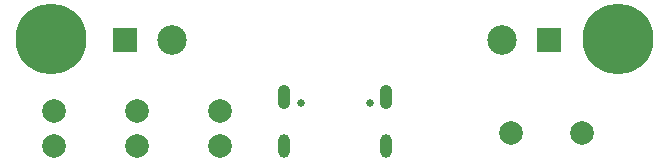
<source format=gbs>
G04 #@! TF.GenerationSoftware,KiCad,Pcbnew,(5.99.0-12267-gfe608bfcef)*
G04 #@! TF.CreationDate,2021-11-07T23:22:06+01:00*
G04 #@! TF.ProjectId,MinCab,4d696e43-6162-42e6-9b69-6361645f7063,rev?*
G04 #@! TF.SameCoordinates,Original*
G04 #@! TF.FileFunction,Soldermask,Bot*
G04 #@! TF.FilePolarity,Negative*
%FSLAX46Y46*%
G04 Gerber Fmt 4.6, Leading zero omitted, Abs format (unit mm)*
G04 Created by KiCad (PCBNEW (5.99.0-12267-gfe608bfcef)) date 2021-11-07 23:22:06*
%MOMM*%
%LPD*%
G01*
G04 APERTURE LIST*
%ADD10C,6.000000*%
%ADD11C,0.650000*%
%ADD12O,1.050000X2.100000*%
%ADD13O,1.000000X2.000000*%
%ADD14R,2.000000X2.000000*%
%ADD15C,2.000000*%
%ADD16C,2.500000*%
G04 APERTURE END LIST*
D10*
X120750000Y-82950000D03*
X168750000Y-82950000D03*
D11*
X147690000Y-88320000D03*
X141910000Y-88320000D03*
D12*
X140480000Y-87820000D03*
D13*
X140480000Y-92000000D03*
X149120000Y-92000000D03*
D12*
X149120000Y-87820000D03*
D14*
X127000000Y-83000000D03*
D15*
X135000000Y-92000000D03*
X135000000Y-89000000D03*
X121000000Y-89000000D03*
X165700000Y-90900000D03*
D16*
X131000000Y-83000000D03*
D15*
X128000000Y-92000000D03*
D14*
X162910000Y-83000000D03*
D15*
X159700000Y-90900000D03*
X121000000Y-92000000D03*
D16*
X158940000Y-82980000D03*
D15*
X128000000Y-89000000D03*
M02*

</source>
